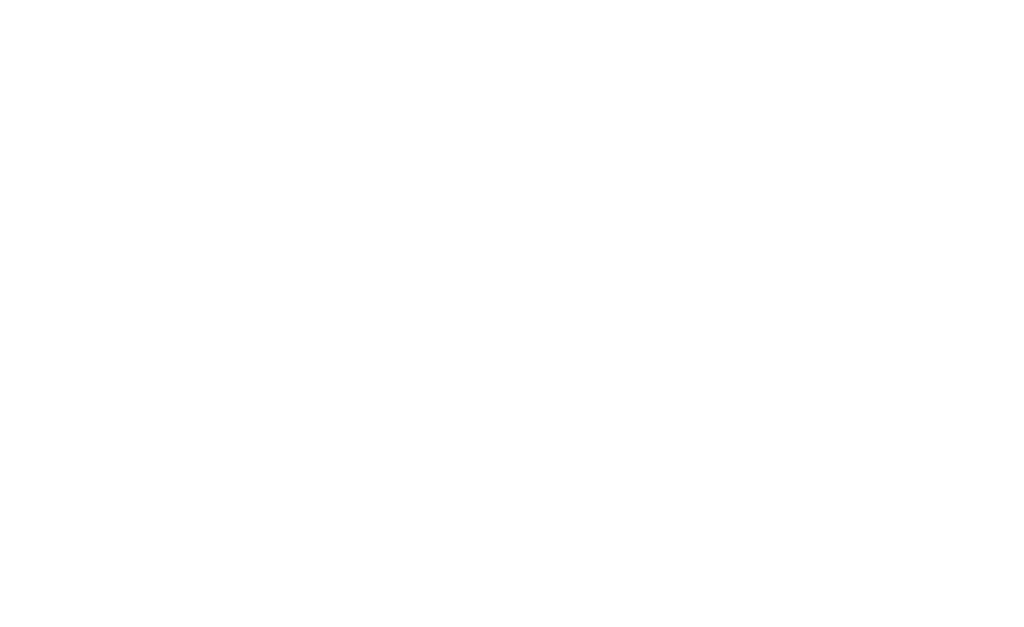
<source format=gtp>
*%FSLAX23Y23*%
*%MOIN*%
G01*
D36*
X12318Y6645D02*
D03*
X12278D02*
D03*
X12239D02*
D03*
X12200D02*
D03*
X12160D02*
D03*
X12121D02*
D03*
X12081D02*
D03*
X12042D02*
D03*
X12003D02*
D03*
X11963D02*
D03*
X11924D02*
D03*
X11885D02*
D03*
X11845D02*
D03*
X11806D02*
D03*
X12357D02*
D03*
X11766D02*
D03*
X11727D02*
D03*
X11688D02*
D03*
X11648D02*
D03*
X11609D02*
D03*
X11569D02*
D03*
X11530D02*
D03*
X11491D02*
D03*
X11451D02*
D03*
X11412D02*
D03*
X11373D02*
D03*
X11333D02*
D03*
X11294D02*
D03*
X11254D02*
D03*
X11215D02*
D03*
D39*
X7209Y9513D02*
D03*
X7089D02*
D03*
X6639D02*
D03*
X6759D02*
D03*
D40*
X7149Y9583D02*
D03*
X6699D02*
D03*
D43*
X8200Y10091D02*
D03*
X8280D02*
D03*
X8260Y9731D02*
D03*
X8340D02*
D03*
X6660Y9751D02*
D03*
X6740D02*
D03*
D45*
X9028Y9991D02*
D03*
X9114D02*
D03*
X8671Y9987D02*
D03*
X8585D02*
D03*
X7923Y7313D02*
D03*
X7837D02*
D03*
X7923Y7393D02*
D03*
X7837D02*
D03*
X7501Y7884D02*
D03*
X7587D02*
D03*
X7963Y6523D02*
D03*
X7877D02*
D03*
D47*
X6662Y8491D02*
D03*
X7256D02*
D03*
D48*
Y9390D02*
D03*
X7134D02*
D03*
X7016D02*
D03*
X6898D02*
D03*
X6780D02*
D03*
X6662D02*
D03*
D49*
X8058Y9136D02*
D03*
Y9236D02*
D03*
Y9336D02*
D03*
D50*
X7808Y9236D02*
D03*
D51*
X7610Y7468D02*
D03*
Y6883D02*
D03*
D55*
X7949Y7237D02*
D03*
Y7151D02*
D03*
X7869Y7237D02*
D03*
Y7151D02*
D03*
X7909Y6969D02*
D03*
Y7055D02*
D03*
X7829Y6969D02*
D03*
Y7055D02*
D03*
D59*
X6833Y9618D02*
D03*
X7021D02*
D03*
D63*
X8600Y9851D02*
D03*
X8450D02*
D03*
X8440Y9951D02*
D03*
Y10101D02*
D03*
D64*
X10729Y7452D02*
D03*
Y7196D02*
D03*
X10394Y7452D02*
D03*
Y7196D02*
D03*
D67*
X7704Y7313D02*
D03*
Y7273D02*
D03*
Y7234D02*
D03*
Y7195D02*
D03*
Y7155D02*
D03*
Y7116D02*
D03*
Y7076D02*
D03*
Y7037D02*
D03*
Y6998D02*
D03*
Y6958D02*
D03*
Y6919D02*
D03*
Y6880D02*
D03*
Y6840D02*
D03*
Y6801D02*
D03*
Y6761D02*
D03*
Y7352D02*
D03*
Y7550D02*
D03*
Y7510D02*
D03*
Y7471D02*
D03*
Y7432D02*
D03*
Y7392D02*
D03*
Y7353D02*
D03*
Y7313D02*
D03*
Y7274D02*
D03*
Y7235D02*
D03*
Y7195D02*
D03*
Y7156D02*
D03*
Y7117D02*
D03*
Y7077D02*
D03*
Y7038D02*
D03*
Y6998D02*
D03*
Y7589D02*
D03*
D68*
X7326Y9631D02*
D03*
X7465D02*
D03*
X8026D02*
D03*
X8165D02*
D03*
D69*
X8207Y9271D02*
D03*
Y9136D02*
D03*
X8348Y9271D02*
D03*
Y9136D02*
D03*
D73*
X8020Y9902D02*
D03*
Y9992D02*
D03*
Y9811D02*
D03*
D74*
X10157Y7425D02*
D03*
D75*
X8288Y9902D02*
D03*
D76*
X7610Y6646D02*
D03*
Y7705D02*
D03*
D77*
X10157Y7202D02*
D03*
D78*
X7840Y9631D02*
D03*
X7590D02*
D03*
D85*
X12473Y6739D02*
D03*
X11099Y6739D02*
D03*
D86*
X7783Y9934D02*
D03*
X7440D02*
D03*
X7163D02*
D03*
X6820D02*
D03*
M02*

</source>
